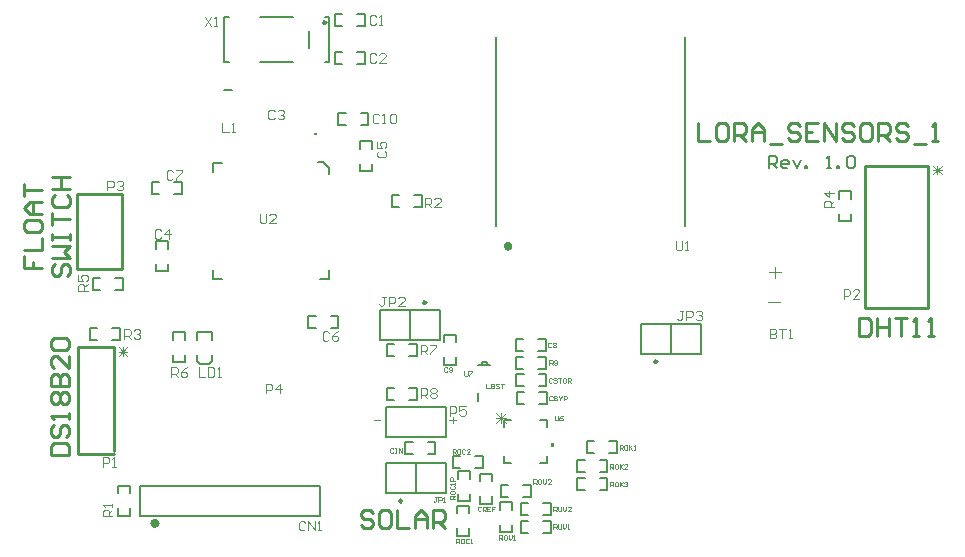
<source format=gto>
G04 Layer_Color=65535*
%FSLAX25Y25*%
%MOIN*%
G70*
G01*
G75*
%ADD24C,0.01000*%
%ADD40C,0.00984*%
%ADD41C,0.01500*%
%ADD42C,0.00600*%
%ADD43C,0.00787*%
%ADD44C,0.00800*%
%ADD45C,0.00500*%
%ADD46C,0.00236*%
%ADD47C,0.00472*%
%ADD48C,0.00300*%
%ADD49C,0.00598*%
%ADD50C,0.00394*%
G36*
X183471Y36036D02*
X182471D01*
Y37536D01*
X183471D01*
Y36036D01*
D02*
G37*
G36*
X168844Y101889D02*
X167323D01*
Y103937D01*
X168844D01*
Y101889D01*
D02*
G37*
D24*
X107445Y177547D02*
G03*
X107445Y177547I-500J0D01*
G01*
X217839Y64547D02*
G03*
X217839Y64547I-508J0D01*
G01*
X140815Y84272D02*
G03*
X140815Y84272I-508J0D01*
G01*
X132799Y18090D02*
G03*
X132799Y18090I-508J0D01*
G01*
X39390Y95492D02*
Y120492D01*
X24390Y95492D02*
Y120492D01*
Y95492D02*
X39390D01*
X24390Y120492D02*
X39390D01*
X24803Y33858D02*
X36614D01*
X24803D02*
Y69291D01*
X36614D01*
Y34646D02*
Y69291D01*
X308197Y82496D02*
Y129740D01*
X287016D02*
X308197D01*
X287016Y82496D02*
Y129465D01*
Y82496D02*
X308197D01*
X231575Y143951D02*
Y137953D01*
X235574D01*
X240572Y143951D02*
X238573D01*
X237573Y142951D01*
Y138952D01*
X238573Y137953D01*
X240572D01*
X241572Y138952D01*
Y142951D01*
X240572Y143951D01*
X243571Y137953D02*
Y143951D01*
X246570D01*
X247570Y142951D01*
Y140952D01*
X246570Y139952D01*
X243571D01*
X245570D02*
X247570Y137953D01*
X249569D02*
Y141952D01*
X251568Y143951D01*
X253568Y141952D01*
Y137953D01*
Y140952D01*
X249569D01*
X255567Y136953D02*
X259566D01*
X265564Y142951D02*
X264564Y143951D01*
X262565D01*
X261565Y142951D01*
Y141952D01*
X262565Y140952D01*
X264564D01*
X265564Y139952D01*
Y138952D01*
X264564Y137953D01*
X262565D01*
X261565Y138952D01*
X271562Y143951D02*
X267563D01*
Y137953D01*
X271562D01*
X267563Y140952D02*
X269563D01*
X273561Y137953D02*
Y143951D01*
X277560Y137953D01*
Y143951D01*
X283558Y142951D02*
X282558Y143951D01*
X280559D01*
X279559Y142951D01*
Y141952D01*
X280559Y140952D01*
X282558D01*
X283558Y139952D01*
Y138952D01*
X282558Y137953D01*
X280559D01*
X279559Y138952D01*
X288556Y143951D02*
X286557D01*
X285557Y142951D01*
Y138952D01*
X286557Y137953D01*
X288556D01*
X289556Y138952D01*
Y142951D01*
X288556Y143951D01*
X291555Y137953D02*
Y143951D01*
X294554D01*
X295554Y142951D01*
Y140952D01*
X294554Y139952D01*
X291555D01*
X293555D02*
X295554Y137953D01*
X301552Y142951D02*
X300553Y143951D01*
X298553D01*
X297553Y142951D01*
Y141952D01*
X298553Y140952D01*
X300553D01*
X301552Y139952D01*
Y138952D01*
X300553Y137953D01*
X298553D01*
X297553Y138952D01*
X303552Y136953D02*
X307550D01*
X309550Y137953D02*
X311549D01*
X310549D01*
Y143951D01*
X309550Y142951D01*
X285039Y79069D02*
Y73071D01*
X288038D01*
X289038Y74071D01*
Y78069D01*
X288038Y79069D01*
X285039D01*
X291037D02*
Y73071D01*
Y76070D01*
X295036D01*
Y79069D01*
Y73071D01*
X297036Y79069D02*
X301034D01*
X299035D01*
Y73071D01*
X303034D02*
X305033D01*
X304033D01*
Y79069D01*
X303034Y78069D01*
X308032Y73071D02*
X310031D01*
X309032D01*
Y79069D01*
X308032Y78069D01*
X6915Y99826D02*
Y95827D01*
X9914D01*
Y97826D01*
Y95827D01*
X12913D01*
X6915Y101825D02*
X12913D01*
Y105824D01*
X6915Y110822D02*
Y108823D01*
X7915Y107823D01*
X11914D01*
X12913Y108823D01*
Y110822D01*
X11914Y111822D01*
X7915D01*
X6915Y110822D01*
X12913Y113821D02*
X8915D01*
X6915Y115820D01*
X8915Y117820D01*
X12913D01*
X9914D01*
Y113821D01*
X6915Y119819D02*
Y123818D01*
Y121818D01*
X12913D01*
X17049Y96991D02*
X16049Y95991D01*
Y93992D01*
X17049Y92992D01*
X18048D01*
X19048Y93992D01*
Y95991D01*
X20048Y96991D01*
X21048D01*
X22047Y95991D01*
Y93992D01*
X21048Y92992D01*
X16049Y98990D02*
X22047D01*
X20048Y100989D01*
X22047Y102989D01*
X16049D01*
Y104988D02*
Y106988D01*
Y105988D01*
X22047D01*
Y104988D01*
Y106988D01*
X16049Y109987D02*
Y113985D01*
Y111986D01*
X22047D01*
X17049Y119983D02*
X16049Y118984D01*
Y116984D01*
X17049Y115985D01*
X21048D01*
X22047Y116984D01*
Y118984D01*
X21048Y119983D01*
X16049Y121983D02*
X22047D01*
X19048D01*
Y125981D01*
X16049D01*
X22047D01*
X15616Y33307D02*
X21614D01*
Y36306D01*
X20615Y37306D01*
X16616D01*
X15616Y36306D01*
Y33307D01*
X16616Y43304D02*
X15616Y42304D01*
Y40305D01*
X16616Y39305D01*
X17616D01*
X18615Y40305D01*
Y42304D01*
X19615Y43304D01*
X20615D01*
X21614Y42304D01*
Y40305D01*
X20615Y39305D01*
X21614Y45303D02*
Y47303D01*
Y46303D01*
X15616D01*
X16616Y45303D01*
Y50302D02*
X15616Y51301D01*
Y53301D01*
X16616Y54300D01*
X17616D01*
X18615Y53301D01*
X19615Y54300D01*
X20615D01*
X21614Y53301D01*
Y51301D01*
X20615Y50302D01*
X19615D01*
X18615Y51301D01*
X17616Y50302D01*
X16616D01*
X18615Y51301D02*
Y53301D01*
X15616Y56300D02*
X21614D01*
Y59299D01*
X20615Y60298D01*
X19615D01*
X18615Y59299D01*
Y56300D01*
Y59299D01*
X17616Y60298D01*
X16616D01*
X15616Y59299D01*
Y56300D01*
X21614Y66296D02*
Y62298D01*
X17616Y66296D01*
X16616D01*
X15616Y65297D01*
Y63297D01*
X16616Y62298D01*
Y68296D02*
X15616Y69296D01*
Y71295D01*
X16616Y72294D01*
X20615D01*
X21614Y71295D01*
Y69296D01*
X20615Y68296D01*
X16616D01*
X122936Y14014D02*
X121936Y15014D01*
X119937D01*
X118937Y14014D01*
Y13014D01*
X119937Y12015D01*
X121936D01*
X122936Y11015D01*
Y10015D01*
X121936Y9016D01*
X119937D01*
X118937Y10015D01*
X127934Y15014D02*
X125935D01*
X124935Y14014D01*
Y10015D01*
X125935Y9016D01*
X127934D01*
X128934Y10015D01*
Y14014D01*
X127934Y15014D01*
X130933D02*
Y9016D01*
X134932D01*
X136931D02*
Y13014D01*
X138930Y15014D01*
X140930Y13014D01*
Y9016D01*
Y12015D01*
X136931D01*
X142929Y9016D02*
Y15014D01*
X145928D01*
X146928Y14014D01*
Y12015D01*
X145928Y11015D01*
X142929D01*
X144929D02*
X146928Y9016D01*
D40*
X103938Y140417D02*
G03*
X103938Y140417I-231J0D01*
G01*
D41*
X51152Y10610D02*
G03*
X51152Y10610I-750J0D01*
G01*
D42*
X161436Y63291D02*
G03*
X159036Y63291I-1200J0D01*
G01*
X222327Y67043D02*
Y77043D01*
X212327Y67043D02*
Y77043D01*
X232327D01*
Y67043D02*
Y77043D01*
X212327Y67043D02*
X232327D01*
X135311Y71776D02*
Y81775D01*
X145311Y71776D02*
Y81775D01*
X125311Y71776D02*
X145311D01*
X125311D02*
Y81775D01*
X145311D01*
X137287Y20587D02*
Y30587D01*
X127287Y20587D02*
Y30587D01*
X147287D01*
Y20587D02*
Y30587D01*
X127287Y20587D02*
X147287D01*
X69915Y130667D02*
X72915D01*
X69915Y127667D02*
Y130667D01*
Y92167D02*
Y95167D01*
Y92167D02*
X72915D01*
X105415D02*
X108415D01*
Y95167D01*
Y127167D02*
Y129167D01*
X106415Y131167D02*
X108415Y129167D01*
X104915Y131167D02*
X106415D01*
X170984Y50362D02*
X173484D01*
X170984D02*
Y54362D01*
X173484D01*
X178484D02*
X180984D01*
Y50362D02*
Y54362D01*
X178484Y50362D02*
X180984D01*
X56831Y124441D02*
X59331D01*
Y120441D02*
Y124441D01*
X56831Y120441D02*
X59331D01*
X49331D02*
X51831D01*
X49331D02*
Y124441D01*
X51831D01*
X101496Y75598D02*
X103996D01*
X101496D02*
Y79598D01*
X103996D01*
X108996D02*
X111496D01*
Y75598D02*
Y79598D01*
X108996Y75598D02*
X111496D01*
X122866Y128032D02*
Y130532D01*
X118866Y128032D02*
X122866D01*
X118866D02*
Y130532D01*
Y135531D02*
Y138031D01*
X122866D01*
Y135531D02*
Y138031D01*
X54716Y94567D02*
Y97067D01*
X50717Y94567D02*
X54716D01*
X50717D02*
Y97067D01*
Y102067D02*
Y104567D01*
X54716D01*
Y102067D02*
Y104567D01*
X110354Y163748D02*
X112854D01*
X110354D02*
Y167748D01*
X112854D01*
X117854D02*
X120354D01*
Y163748D02*
Y167748D01*
X117854Y163748D02*
X120354D01*
X110354Y176347D02*
X112854D01*
X110354D02*
Y180347D01*
X112854D01*
X117854D02*
X120354D01*
Y176347D02*
Y180347D01*
X117854Y176347D02*
X120354D01*
X170762Y56341D02*
X173262D01*
X170762D02*
Y60341D01*
X173262D01*
X178262D02*
X180762D01*
Y56341D02*
Y60341D01*
X178262Y56341D02*
X180762D01*
X133819Y33866D02*
X136319D01*
X133819D02*
Y37866D01*
X136319D01*
X141319D02*
X143819D01*
Y33866D02*
Y37866D01*
X141319Y33866D02*
X143819D01*
X162801Y17121D02*
Y19621D01*
X158801Y17121D02*
X162801D01*
X158801D02*
Y19621D01*
Y24621D02*
Y27121D01*
X162801D01*
Y24621D02*
Y27121D01*
X178091Y72079D02*
X180591D01*
Y68079D02*
Y72079D01*
X178091Y68079D02*
X180591D01*
X170591D02*
X173091D01*
X170591D02*
Y72079D01*
X173091D01*
X146819Y71004D02*
Y73504D01*
X150819D01*
Y71004D02*
Y73504D01*
Y63504D02*
Y66004D01*
X146819Y63504D02*
X150819D01*
X146819D02*
Y66004D01*
X166790Y44971D02*
X169176D01*
X181192Y42584D02*
Y44971D01*
X166790Y30570D02*
X169176D01*
X181192D02*
Y32956D01*
X178806Y44971D02*
X181192D01*
X166790Y42584D02*
Y44971D01*
Y30570D02*
Y32956D01*
X178806Y30570D02*
X181192D01*
X158236Y63291D02*
X159036D01*
X161436D01*
X162236D01*
X111575Y147354D02*
X114075D01*
X111575Y143354D02*
Y147354D01*
Y143354D02*
X114075D01*
X119075D02*
X121575D01*
Y147354D01*
X119075D02*
X121575D01*
D43*
X169258Y102953D02*
G03*
X169258Y102953I-1148J0D01*
G01*
X45394Y13110D02*
X105394D01*
X45394Y23110D02*
X105394D01*
X45394Y13110D02*
Y23110D01*
X105394Y13110D02*
Y23110D01*
X158228Y51378D02*
Y54134D01*
X73425Y155118D02*
X76181D01*
X147559Y39528D02*
Y49528D01*
X127559Y39528D02*
X147559D01*
X127559D02*
Y49528D01*
X147559D01*
X227165Y109843D02*
Y172835D01*
X164173Y109843D02*
Y172835D01*
D44*
X73445Y164547D02*
X74945D01*
X73445D02*
Y165547D01*
Y179547D02*
X74945D01*
X73445Y178547D02*
Y179547D01*
X106945D02*
X108445D01*
X106945Y164547D02*
X108445D01*
Y179547D01*
X73445Y165547D02*
Y178547D01*
X85445Y179547D02*
X96445D01*
X85445Y164547D02*
X96445D01*
X101772Y169173D02*
Y174843D01*
X129252Y120110D02*
X131752D01*
X129252Y116110D02*
Y120110D01*
Y116110D02*
X131752D01*
X136752D02*
X139252D01*
Y120110D01*
X136752D02*
X139252D01*
X42158Y20610D02*
Y23110D01*
X38157D02*
X42158D01*
X38157Y20610D02*
Y23110D01*
Y13110D02*
Y15610D01*
Y13110D02*
X42158D01*
Y15610D01*
X28661Y75779D02*
X31161D01*
X28661Y71780D02*
Y75779D01*
Y71780D02*
X31161D01*
X36161D02*
X38661D01*
Y75779D01*
X36161D02*
X38661D01*
X278433Y111378D02*
Y113878D01*
Y111378D02*
X282433D01*
Y113878D01*
Y118878D02*
Y121378D01*
X278433D02*
X282433D01*
X278433Y118878D02*
Y121378D01*
X29646Y92551D02*
X32146D01*
X29646Y88551D02*
Y92551D01*
Y88551D02*
X32146D01*
X37146D02*
X39646D01*
Y92551D01*
X37146D02*
X39646D01*
X56268Y64291D02*
Y66791D01*
Y64291D02*
X60268D01*
Y66791D01*
Y71791D02*
Y74291D01*
X56268D02*
X60268D01*
X56268Y71791D02*
Y74291D01*
X149724Y33102D02*
X152224D01*
X149724Y29102D02*
Y33102D01*
Y29102D02*
X152224D01*
X157224D02*
X159724D01*
Y33102D01*
X157224D02*
X159724D01*
X155228Y13917D02*
Y16417D01*
X151228D02*
X155228D01*
X151228Y13917D02*
Y16417D01*
Y6417D02*
Y8917D01*
Y6417D02*
X155228D01*
Y8917D01*
X201884Y33900D02*
X204384D01*
Y37900D01*
X201884D02*
X204384D01*
X194384D02*
X196884D01*
X194384Y33900D02*
Y37900D01*
Y33900D02*
X196884D01*
X173144Y19333D02*
X175644D01*
Y23334D01*
X173144D02*
X175644D01*
X165644D02*
X168144D01*
X165644Y19333D02*
Y23334D01*
Y19333D02*
X168144D01*
X172337Y17428D02*
X174837D01*
X172337Y13428D02*
Y17428D01*
Y13428D02*
X174837D01*
X179837D02*
X182337D01*
Y17428D01*
X179837D02*
X182337D01*
X198734Y27601D02*
X201234D01*
Y31601D01*
X198734D02*
X201234D01*
X191234D02*
X193734D01*
X191234Y27601D02*
Y31601D01*
Y27601D02*
X193734D01*
X169494Y15172D02*
Y17672D01*
X165494D02*
X169494D01*
X165494Y15172D02*
Y17672D01*
Y7672D02*
Y10172D01*
Y7672D02*
X169494D01*
Y10172D01*
X172337Y11522D02*
X174837D01*
X172337Y7522D02*
Y11522D01*
Y7522D02*
X174837D01*
X179837D02*
X182337D01*
Y11522D01*
X179837D02*
X182337D01*
X198734Y21696D02*
X201234D01*
Y25696D01*
X198734D02*
X201234D01*
X191234D02*
X193734D01*
X191234Y21696D02*
Y25696D01*
Y21696D02*
X193734D01*
X135177Y66504D02*
X137677D01*
Y70504D01*
X135177D02*
X137677D01*
X127677D02*
X130177D01*
X127677Y66504D02*
Y70504D01*
Y66504D02*
X130177D01*
X127717Y55661D02*
X130217D01*
X127717Y51661D02*
Y55661D01*
Y51661D02*
X130217D01*
X135216D02*
X137716D01*
Y55661D01*
X135216D02*
X137716D01*
X170591Y66173D02*
X173091D01*
X170591Y62173D02*
Y66173D01*
Y62173D02*
X173091D01*
X178091D02*
X180591D01*
Y66173D01*
X178091D02*
X180591D01*
X155268Y25453D02*
Y27953D01*
X151268D02*
X155268D01*
X151268Y25453D02*
Y27953D01*
Y17953D02*
Y20453D01*
Y17953D02*
X155268D01*
Y20453D01*
D45*
X69429Y71785D02*
Y74286D01*
X64429D02*
X69429D01*
X64429Y71785D02*
Y74286D01*
Y64785D02*
Y66786D01*
X65429Y63785D02*
X68429D01*
X69429Y64785D02*
Y66786D01*
X64429Y64785D02*
X65429Y63785D01*
X68429D02*
X69429Y64785D01*
D46*
X150276Y18819D02*
X148701D01*
Y19606D01*
X148964Y19868D01*
X149488D01*
X149751Y19606D01*
Y18819D01*
Y19344D02*
X150276Y19868D01*
X148701Y21180D02*
Y20656D01*
X148964Y20393D01*
X150013D01*
X150276Y20656D01*
Y21180D01*
X150013Y21443D01*
X148964D01*
X148701Y21180D01*
X148964Y23017D02*
X148701Y22755D01*
Y22230D01*
X148964Y21968D01*
X150013D01*
X150276Y22230D01*
Y22755D01*
X150013Y23017D01*
X150276Y23542D02*
Y24067D01*
Y23804D01*
X148701D01*
X148964Y23542D01*
X150276Y24854D02*
X148701D01*
Y25641D01*
X148964Y25903D01*
X149488D01*
X149751Y25641D01*
Y24854D01*
X160906Y57165D02*
Y55590D01*
X161955D01*
X162480Y57165D02*
Y55590D01*
X163267D01*
X163529Y55853D01*
Y56115D01*
X163267Y56378D01*
X162480D01*
X163267D01*
X163529Y56640D01*
Y56902D01*
X163267Y57165D01*
X162480D01*
X165104Y56902D02*
X164841Y57165D01*
X164316D01*
X164054Y56902D01*
Y56640D01*
X164316Y56378D01*
X164841D01*
X165104Y56115D01*
Y55853D01*
X164841Y55590D01*
X164316D01*
X164054Y55853D01*
X165628Y57165D02*
X166678D01*
X166153D01*
Y55590D01*
X181890Y63386D02*
Y64960D01*
X182677D01*
X182939Y64698D01*
Y64173D01*
X182677Y63911D01*
X181890D01*
X182414D02*
X182939Y63386D01*
X183464Y63648D02*
X183726Y63386D01*
X184251D01*
X184514Y63648D01*
Y64698D01*
X184251Y64960D01*
X183726D01*
X183464Y64698D01*
Y64435D01*
X183726Y64173D01*
X184514D01*
X144357Y19291D02*
X143832D01*
X144094D01*
Y17979D01*
X143832Y17717D01*
X143570D01*
X143307Y17979D01*
X144881Y17717D02*
Y19291D01*
X145668D01*
X145931Y19028D01*
Y18504D01*
X145668Y18241D01*
X144881D01*
X146456Y17717D02*
X146980D01*
X146718D01*
Y19291D01*
X146456Y19028D01*
X153543Y61417D02*
Y60105D01*
X153806Y59842D01*
X154330D01*
X154593Y60105D01*
Y61417D01*
X155118D02*
X156167D01*
Y61154D01*
X155118Y60105D01*
Y59842D01*
X147900Y62335D02*
X147637Y62598D01*
X147113D01*
X146850Y62335D01*
Y61286D01*
X147113Y61024D01*
X147637D01*
X147900Y61286D01*
X148425D02*
X148687Y61024D01*
X149212D01*
X149474Y61286D01*
Y62335D01*
X149212Y62598D01*
X148687D01*
X148425Y62335D01*
Y62073D01*
X148687Y61811D01*
X149474D01*
X182546Y70603D02*
X182283Y70866D01*
X181758D01*
X181496Y70603D01*
Y69554D01*
X181758Y69291D01*
X182283D01*
X182546Y69554D01*
X183070Y70603D02*
X183333Y70866D01*
X183858D01*
X184120Y70603D01*
Y70341D01*
X183858Y70078D01*
X184120Y69816D01*
Y69554D01*
X183858Y69291D01*
X183333D01*
X183070Y69554D01*
Y69816D01*
X183333Y70078D01*
X183070Y70341D01*
Y70603D01*
X183333Y70078D02*
X183858D01*
X183636Y46530D02*
Y45218D01*
X183898Y44956D01*
X184423D01*
X184685Y45218D01*
Y46530D01*
X186260D02*
X185735Y46267D01*
X185210Y45743D01*
Y45218D01*
X185473Y44956D01*
X185997D01*
X186260Y45218D01*
Y45480D01*
X185997Y45743D01*
X185210D01*
X202140Y22908D02*
Y24483D01*
X202927D01*
X203189Y24220D01*
Y23695D01*
X202927Y23433D01*
X202140D01*
X202665D02*
X203189Y22908D01*
X204501Y24483D02*
X203976D01*
X203714Y24220D01*
Y23171D01*
X203976Y22908D01*
X204501D01*
X204764Y23171D01*
Y24220D01*
X204501Y24483D01*
X205288D02*
Y22908D01*
Y23433D01*
X206338Y24483D01*
X205551Y23695D01*
X206338Y22908D01*
X206863Y24220D02*
X207125Y24483D01*
X207650D01*
X207912Y24220D01*
Y23958D01*
X207650Y23695D01*
X207387D01*
X207650D01*
X207912Y23433D01*
Y23171D01*
X207650Y22908D01*
X207125D01*
X206863Y23171D01*
X183242Y8735D02*
Y10309D01*
X184029D01*
X184292Y10047D01*
Y9522D01*
X184029Y9260D01*
X183242D01*
X183767D02*
X184292Y8735D01*
X184817Y10309D02*
Y8997D01*
X185079Y8735D01*
X185604D01*
X185866Y8997D01*
Y10309D01*
X186391D02*
Y9260D01*
X186916Y8735D01*
X187440Y9260D01*
Y10309D01*
X187965Y8735D02*
X188490D01*
X188227D01*
Y10309D01*
X187965Y10047D01*
X165132Y5192D02*
Y6766D01*
X165919D01*
X166182Y6504D01*
Y5979D01*
X165919Y5717D01*
X165132D01*
X165657D02*
X166182Y5192D01*
X167493Y6766D02*
X166969D01*
X166706Y6504D01*
Y5454D01*
X166969Y5192D01*
X167493D01*
X167756Y5454D01*
Y6504D01*
X167493Y6766D01*
X168280D02*
Y5717D01*
X168805Y5192D01*
X169330Y5717D01*
Y6766D01*
X169855Y5192D02*
X170380D01*
X170117D01*
Y6766D01*
X169855Y6504D01*
X202140Y28814D02*
Y30388D01*
X202927D01*
X203189Y30126D01*
Y29601D01*
X202927Y29338D01*
X202140D01*
X202665D02*
X203189Y28814D01*
X204501Y30388D02*
X203976D01*
X203714Y30126D01*
Y29076D01*
X203976Y28814D01*
X204501D01*
X204764Y29076D01*
Y30126D01*
X204501Y30388D01*
X205288D02*
Y28814D01*
Y29338D01*
X206338Y30388D01*
X205551Y29601D01*
X206338Y28814D01*
X207912D02*
X206863D01*
X207912Y29863D01*
Y30126D01*
X207650Y30388D01*
X207125D01*
X206863Y30126D01*
X183242Y14640D02*
Y16215D01*
X184029D01*
X184292Y15952D01*
Y15428D01*
X184029Y15165D01*
X183242D01*
X183767D02*
X184292Y14640D01*
X184817Y16215D02*
Y14903D01*
X185079Y14640D01*
X185604D01*
X185866Y14903D01*
Y16215D01*
X186391D02*
Y15165D01*
X186916Y14640D01*
X187440Y15165D01*
Y16215D01*
X189015Y14640D02*
X187965D01*
X189015Y15690D01*
Y15952D01*
X188752Y16215D01*
X188227D01*
X187965Y15952D01*
X176549Y23696D02*
Y25270D01*
X177336D01*
X177599Y25008D01*
Y24483D01*
X177336Y24220D01*
X176549D01*
X177074D02*
X177599Y23696D01*
X178911Y25270D02*
X178386D01*
X178124Y25008D01*
Y23958D01*
X178386Y23696D01*
X178911D01*
X179173Y23958D01*
Y25008D01*
X178911Y25270D01*
X179698D02*
Y24220D01*
X180223Y23696D01*
X180747Y24220D01*
Y25270D01*
X182322Y23696D02*
X181272D01*
X182322Y24745D01*
Y25008D01*
X182059Y25270D01*
X181535D01*
X181272Y25008D01*
X205289Y35113D02*
Y36687D01*
X206077D01*
X206339Y36425D01*
Y35900D01*
X206077Y35638D01*
X205289D01*
X205814D02*
X206339Y35113D01*
X207651Y36687D02*
X207126D01*
X206864Y36425D01*
Y35375D01*
X207126Y35113D01*
X207651D01*
X207913Y35375D01*
Y36425D01*
X207651Y36687D01*
X208438D02*
Y35113D01*
Y35638D01*
X209488Y36687D01*
X208700Y35900D01*
X209488Y35113D01*
X210012D02*
X210537D01*
X210275D01*
Y36687D01*
X210012Y36425D01*
X150866Y3937D02*
Y5511D01*
X151653D01*
X151916Y5249D01*
Y4724D01*
X151653Y4462D01*
X150866D01*
X151391D02*
X151916Y3937D01*
X153228Y5511D02*
X152703D01*
X152440Y5249D01*
Y4199D01*
X152703Y3937D01*
X153228D01*
X153490Y4199D01*
Y5249D01*
X153228Y5511D01*
X155064Y5249D02*
X154802Y5511D01*
X154277D01*
X154015Y5249D01*
Y4199D01*
X154277Y3937D01*
X154802D01*
X155064Y4199D01*
X155589Y3937D02*
X156114D01*
X155851D01*
Y5511D01*
X155589Y5249D01*
X149606Y33858D02*
Y35432D01*
X150393D01*
X150656Y35170D01*
Y34645D01*
X150393Y34383D01*
X149606D01*
X150131D02*
X150656Y33858D01*
X151968Y35432D02*
X151443D01*
X151181Y35170D01*
Y34121D01*
X151443Y33858D01*
X151968D01*
X152230Y34121D01*
Y35170D01*
X151968Y35432D01*
X153804Y35170D02*
X153542Y35432D01*
X153017D01*
X152755Y35170D01*
Y34121D01*
X153017Y33858D01*
X153542D01*
X153804Y34121D01*
X155379Y33858D02*
X154329D01*
X155379Y34908D01*
Y35170D01*
X155116Y35432D01*
X154592D01*
X154329Y35170D01*
X159095Y15952D02*
X158833Y16215D01*
X158308D01*
X158045Y15952D01*
Y14903D01*
X158308Y14640D01*
X158833D01*
X159095Y14903D01*
X159620Y14640D02*
Y16215D01*
X160407D01*
X160669Y15952D01*
Y15428D01*
X160407Y15165D01*
X159620D01*
X160144D02*
X160669Y14640D01*
X162243Y16215D02*
X161194D01*
Y14640D01*
X162243D01*
X161194Y15428D02*
X161719D01*
X163818Y16215D02*
X162768D01*
Y15428D01*
X163293D01*
X162768D01*
Y14640D01*
X129868Y35367D02*
X129606Y35629D01*
X129081D01*
X128819Y35367D01*
Y34317D01*
X129081Y34055D01*
X129606D01*
X129868Y34317D01*
X130393Y35629D02*
X130918D01*
X130656D01*
Y34055D01*
X130393D01*
X130918D01*
X131705D02*
Y35629D01*
X132755Y34055D01*
Y35629D01*
X182717Y58866D02*
X182455Y59128D01*
X181930D01*
X181667Y58866D01*
Y57816D01*
X181930Y57554D01*
X182455D01*
X182717Y57816D01*
X184291Y58866D02*
X184029Y59128D01*
X183504D01*
X183242Y58866D01*
Y58604D01*
X183504Y58341D01*
X184029D01*
X184291Y58079D01*
Y57816D01*
X184029Y57554D01*
X183504D01*
X183242Y57816D01*
X184816Y59128D02*
X185865D01*
X185341D01*
Y57554D01*
X187177Y59128D02*
X186653D01*
X186390Y58866D01*
Y57816D01*
X186653Y57554D01*
X187177D01*
X187440Y57816D01*
Y58866D01*
X187177Y59128D01*
X187964Y57554D02*
Y59128D01*
X188752D01*
X189014Y58866D01*
Y58341D01*
X188752Y58079D01*
X187964D01*
X188489D02*
X189014Y57554D01*
X182939Y52887D02*
X182677Y53149D01*
X182152D01*
X181890Y52887D01*
Y51837D01*
X182152Y51575D01*
X182677D01*
X182939Y51837D01*
X183464Y53149D02*
Y51575D01*
X184251D01*
X184514Y51837D01*
Y52100D01*
X184251Y52362D01*
X183464D01*
X184251D01*
X184514Y52624D01*
Y52887D01*
X184251Y53149D01*
X183464D01*
X185038D02*
Y52887D01*
X185563Y52362D01*
X186088Y52887D01*
Y53149D01*
X185563Y52362D02*
Y51575D01*
X186613D02*
Y53149D01*
X187400D01*
X187662Y52887D01*
Y52362D01*
X187400Y52100D01*
X186613D01*
D47*
X139016Y52480D02*
Y55629D01*
X140590D01*
X141115Y55104D01*
Y54055D01*
X140590Y53530D01*
X139016D01*
X140065D02*
X141115Y52480D01*
X142164Y55104D02*
X142689Y55629D01*
X143739D01*
X144263Y55104D01*
Y54579D01*
X143739Y54055D01*
X144263Y53530D01*
Y53005D01*
X143739Y52480D01*
X142689D01*
X142164Y53005D01*
Y53530D01*
X142689Y54055D01*
X142164Y54579D01*
Y55104D01*
X142689Y54055D02*
X143739D01*
X138976Y66929D02*
Y70078D01*
X140551D01*
X141075Y69553D01*
Y68503D01*
X140551Y67979D01*
X138976D01*
X140026D02*
X141075Y66929D01*
X142125Y70078D02*
X144224D01*
Y69553D01*
X142125Y67454D01*
Y66929D01*
X255354Y75432D02*
Y72284D01*
X256929D01*
X257453Y72808D01*
Y73333D01*
X256929Y73858D01*
X255354D01*
X256929D01*
X257453Y74383D01*
Y74907D01*
X256929Y75432D01*
X255354D01*
X258503D02*
X260602D01*
X259553D01*
Y72284D01*
X261651D02*
X262701D01*
X262176D01*
Y75432D01*
X261651Y74907D01*
X148701Y46496D02*
Y49645D01*
X150275D01*
X150800Y49120D01*
Y48070D01*
X150275Y47546D01*
X148701D01*
X153948Y49645D02*
X151849D01*
Y48070D01*
X152899Y48595D01*
X153424D01*
X153948Y48070D01*
Y47021D01*
X153424Y46496D01*
X152374D01*
X151849Y47021D01*
X55905Y59449D02*
Y62597D01*
X57480D01*
X58005Y62073D01*
Y61023D01*
X57480Y60498D01*
X55905D01*
X56955D02*
X58005Y59449D01*
X61153Y62597D02*
X60104Y62073D01*
X59054Y61023D01*
Y59974D01*
X59579Y59449D01*
X60628D01*
X61153Y59974D01*
Y60498D01*
X60628Y61023D01*
X59054D01*
X64961Y62597D02*
Y59449D01*
X67060D01*
X68109Y62597D02*
Y59449D01*
X69683D01*
X70208Y59974D01*
Y62073D01*
X69683Y62597D01*
X68109D01*
X71258Y59449D02*
X72307D01*
X71783D01*
Y62597D01*
X71258Y62073D01*
X87402Y53937D02*
Y57086D01*
X88976D01*
X89501Y56561D01*
Y55511D01*
X88976Y54987D01*
X87402D01*
X92124Y53937D02*
Y57086D01*
X90550Y55511D01*
X92649D01*
X100524Y10892D02*
X99999Y11416D01*
X98950D01*
X98425Y10892D01*
Y8793D01*
X98950Y8268D01*
X99999D01*
X100524Y8793D01*
X101574Y8268D02*
Y11416D01*
X103673Y8268D01*
Y11416D01*
X104722Y8268D02*
X105772D01*
X105247D01*
Y11416D01*
X104722Y10892D01*
X34567Y121653D02*
Y124802D01*
X36141D01*
X36666Y124277D01*
Y123228D01*
X36141Y122703D01*
X34567D01*
X37716Y124277D02*
X38240Y124802D01*
X39290D01*
X39815Y124277D01*
Y123753D01*
X39290Y123228D01*
X38765D01*
X39290D01*
X39815Y122703D01*
Y122178D01*
X39290Y121653D01*
X38240D01*
X37716Y122178D01*
X27953Y88189D02*
X24804D01*
Y89763D01*
X25329Y90288D01*
X26378D01*
X26903Y89763D01*
Y88189D01*
Y89239D02*
X27953Y90288D01*
X24804Y93437D02*
Y91338D01*
X26378D01*
X25854Y92387D01*
Y92912D01*
X26378Y93437D01*
X27428D01*
X27953Y92912D01*
Y91862D01*
X27428Y91338D01*
X279921Y85512D02*
Y88660D01*
X281496D01*
X282020Y88136D01*
Y87086D01*
X281496Y86561D01*
X279921D01*
X285169Y85512D02*
X283070D01*
X285169Y87611D01*
Y88136D01*
X284644Y88660D01*
X283595D01*
X283070Y88136D01*
X33071Y29528D02*
Y32676D01*
X34645D01*
X35170Y32151D01*
Y31102D01*
X34645Y30577D01*
X33071D01*
X36219Y29528D02*
X37269D01*
X36744D01*
Y32676D01*
X36219Y32151D01*
X276732Y116102D02*
X273584D01*
Y117677D01*
X274108Y118201D01*
X275158D01*
X275683Y117677D01*
Y116102D01*
Y117152D02*
X276732Y118201D01*
Y120825D02*
X273584D01*
X275158Y119251D01*
Y121350D01*
X40236Y72165D02*
Y75314D01*
X41811D01*
X42335Y74789D01*
Y73740D01*
X41811Y73215D01*
X40236D01*
X41286D02*
X42335Y72165D01*
X43385Y74789D02*
X43910Y75314D01*
X44959D01*
X45484Y74789D01*
Y74264D01*
X44959Y73740D01*
X44434D01*
X44959D01*
X45484Y73215D01*
Y72690D01*
X44959Y72165D01*
X43910D01*
X43385Y72690D01*
X124146Y179395D02*
X123621Y179920D01*
X122572D01*
X122047Y179395D01*
Y177296D01*
X122572Y176772D01*
X123621D01*
X124146Y177296D01*
X125196Y176772D02*
X126245D01*
X125721D01*
Y179920D01*
X125196Y179395D01*
X124146Y166797D02*
X123621Y167322D01*
X122572D01*
X122047Y166797D01*
Y164698D01*
X122572Y164173D01*
X123621D01*
X124146Y164698D01*
X127295Y164173D02*
X125196D01*
X127295Y166272D01*
Y166797D01*
X126770Y167322D01*
X125721D01*
X125196Y166797D01*
X85433Y113778D02*
Y111155D01*
X85958Y110630D01*
X87007D01*
X87532Y111155D01*
Y113778D01*
X90681Y110630D02*
X88582D01*
X90681Y112729D01*
Y113254D01*
X90156Y113778D01*
X89106D01*
X88582Y113254D01*
X66929Y179527D02*
X69028Y176378D01*
Y179527D02*
X66929Y176378D01*
X70078D02*
X71127D01*
X70603D01*
Y179527D01*
X70078Y179002D01*
X90288Y147899D02*
X89763Y148424D01*
X88714D01*
X88189Y147899D01*
Y145800D01*
X88714Y145276D01*
X89763D01*
X90288Y145800D01*
X91338Y147899D02*
X91862Y148424D01*
X92912D01*
X93437Y147899D01*
Y147375D01*
X92912Y146850D01*
X92387D01*
X92912D01*
X93437Y146325D01*
Y145800D01*
X92912Y145276D01*
X91862D01*
X91338Y145800D01*
X52453Y108102D02*
X51929Y108627D01*
X50879D01*
X50354Y108102D01*
Y106003D01*
X50879Y105478D01*
X51929D01*
X52453Y106003D01*
X55077Y105478D02*
Y108627D01*
X53503Y107053D01*
X55602D01*
X124935Y134743D02*
X124410Y134218D01*
Y133168D01*
X124935Y132644D01*
X127034D01*
X127559Y133168D01*
Y134218D01*
X127034Y134743D01*
X124410Y137891D02*
Y135792D01*
X125985D01*
X125460Y136842D01*
Y137367D01*
X125985Y137891D01*
X127034D01*
X127559Y137367D01*
Y136317D01*
X127034Y135792D01*
X108398Y74159D02*
X107873Y74684D01*
X106824D01*
X106299Y74159D01*
Y72060D01*
X106824Y71535D01*
X107873D01*
X108398Y72060D01*
X111547Y74684D02*
X110497Y74159D01*
X109448Y73110D01*
Y72060D01*
X109973Y71535D01*
X111022D01*
X111547Y72060D01*
Y72585D01*
X111022Y73110D01*
X109448D01*
X56430Y127821D02*
X55905Y128345D01*
X54856D01*
X54331Y127821D01*
Y125722D01*
X54856Y125197D01*
X55905D01*
X56430Y125722D01*
X57479Y128345D02*
X59578D01*
Y127821D01*
X57479Y125722D01*
Y125197D01*
X72835Y144094D02*
Y140945D01*
X74934D01*
X75983D02*
X77033D01*
X76508D01*
Y144094D01*
X75983Y143569D01*
X36220Y12992D02*
X33072D01*
Y14567D01*
X33597Y15091D01*
X34646D01*
X35171Y14567D01*
Y12992D01*
Y14042D02*
X36220Y15091D01*
Y16141D02*
Y17190D01*
Y16666D01*
X33072D01*
X33597Y16141D01*
X140354Y115984D02*
Y119133D01*
X141929D01*
X142453Y118608D01*
Y117559D01*
X141929Y117034D01*
X140354D01*
X141404D02*
X142453Y115984D01*
X145602D02*
X143503D01*
X145602Y118083D01*
Y118608D01*
X145077Y119133D01*
X144028D01*
X143503Y118608D01*
X127296Y86220D02*
X126246D01*
X126771D01*
Y83596D01*
X126246Y83071D01*
X125722D01*
X125197Y83596D01*
X128345Y83071D02*
Y86220D01*
X129920D01*
X130445Y85695D01*
Y84645D01*
X129920Y84120D01*
X128345D01*
X133593Y83071D02*
X131494D01*
X133593Y85170D01*
Y85695D01*
X133068Y86220D01*
X132019D01*
X131494Y85695D01*
X226508Y81495D02*
X225459D01*
X225984D01*
Y78871D01*
X225459Y78347D01*
X224934D01*
X224410Y78871D01*
X227558Y78347D02*
Y81495D01*
X229132D01*
X229657Y80970D01*
Y79921D01*
X229132Y79396D01*
X227558D01*
X230707Y80970D02*
X231231Y81495D01*
X232281D01*
X232806Y80970D01*
Y80445D01*
X232281Y79921D01*
X231756D01*
X232281D01*
X232806Y79396D01*
Y78871D01*
X232281Y78347D01*
X231231D01*
X230707Y78871D01*
X224016Y104723D02*
Y102100D01*
X224540Y101575D01*
X225590D01*
X226115Y102100D01*
Y104723D01*
X227164Y101575D02*
X228214D01*
X227689D01*
Y104723D01*
X227164Y104199D01*
X125131Y146600D02*
X124606Y147125D01*
X123556D01*
X123031Y146600D01*
Y144501D01*
X123556Y143976D01*
X124606D01*
X125131Y144501D01*
X126180Y143976D02*
X127230D01*
X126705D01*
Y147125D01*
X126180Y146600D01*
X128804D02*
X129329Y147125D01*
X130378D01*
X130903Y146600D01*
Y144501D01*
X130378Y143976D01*
X129329D01*
X128804Y144501D01*
Y146600D01*
X123425Y45039D02*
X125524D01*
X148583Y44960D02*
X150682D01*
X149632Y46010D02*
Y43911D01*
X41167Y69331D02*
X38281Y66444D01*
Y69331D02*
X41167Y66444D01*
X39724Y69331D02*
Y66444D01*
X38281Y67888D02*
X41167D01*
X312624Y129803D02*
X309737Y126917D01*
Y129803D02*
X312624Y126917D01*
X311180Y129803D02*
Y126917D01*
X309737Y128360D02*
X312624D01*
D48*
X164011Y47373D02*
X167343Y44041D01*
X164011D02*
X167343Y47373D01*
X164011Y45707D02*
X167343D01*
X165677Y44041D02*
Y47373D01*
D49*
X254961Y129095D02*
Y133093D01*
X256960D01*
X257626Y132427D01*
Y131094D01*
X256960Y130427D01*
X254961D01*
X256294D02*
X257626Y129095D01*
X260959D02*
X259626D01*
X258959Y129761D01*
Y131094D01*
X259626Y131760D01*
X260959D01*
X261625Y131094D01*
Y130427D01*
X258959D01*
X262958Y131760D02*
X264291Y129095D01*
X265624Y131760D01*
X266957Y129095D02*
Y129761D01*
X267623D01*
Y129095D01*
X266957D01*
X274288D02*
X275621D01*
X274954D01*
Y133093D01*
X274288Y132427D01*
X277620Y129095D02*
Y129761D01*
X278286D01*
Y129095D01*
X277620D01*
X280952Y132427D02*
X281619Y133093D01*
X282952D01*
X283618Y132427D01*
Y129761D01*
X282952Y129095D01*
X281619D01*
X280952Y129761D01*
Y132427D01*
D50*
X257125Y96220D02*
Y92285D01*
X259093Y94253D02*
X255157D01*
X254724Y84330D02*
X258660D01*
M02*

</source>
